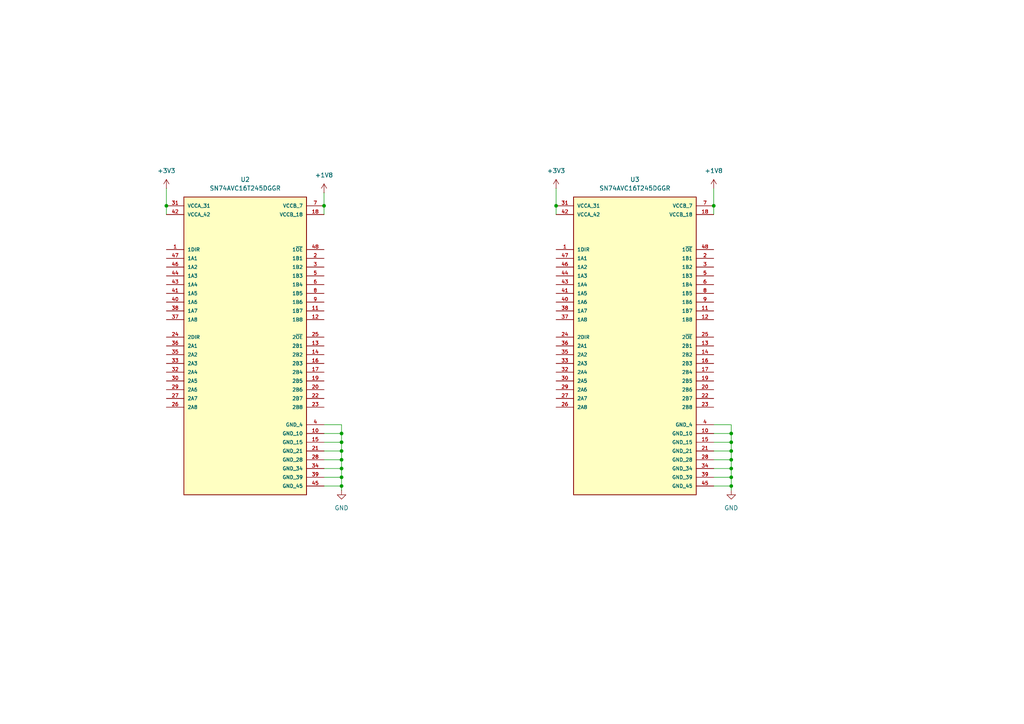
<source format=kicad_sch>
(kicad_sch (version 20250114) (generator "eeschema") (generator_version "9.0")
  (paper "A4")
  (lib_symbols
    (symbol "SN74AVC16T245DGGR:SN74AVC16T245DGGR" (pin_names (offset 1.016))
      (property "Reference" "U" (at -17.78 44.45 0))
      (property "Value" "SN74AVC16T245DGGR" (at -17.78 -44.45 0))
      (symbol "SN74AVC16T245DGGR_0_0"
        (rectangle (start -17.78 -43.18) (end 17.78 43.18) (stroke (width 0.254)) (fill (type background)))
        (pin power_in line (at -22.86 40.64 0) (length 5.08) (name "VCCA_31") (number "31"))
        (pin power_in line (at -22.86 38.1 0) (length 5.08) (name "VCCA_42") (number "42"))
        (pin input line (at -22.86 27.94 0) (length 5.08) (name "1DIR") (number "1"))
        (pin bidirectional line (at -22.86 25.4 0) (length 5.08) (name "1A1") (number "47"))
        (pin bidirectional line (at -22.86 22.86 0) (length 5.08) (name "1A2") (number "46"))
        (pin bidirectional line (at -22.86 20.32 0) (length 5.08) (name "1A3") (number "44"))
        (pin bidirectional line (at -22.86 17.78 0) (length 5.08) (name "1A4") (number "43"))
        (pin bidirectional line (at -22.86 15.24 0) (length 5.08) (name "1A5") (number "41"))
        (pin bidirectional line (at -22.86 12.7 0) (length 5.08) (name "1A6") (number "40"))
        (pin bidirectional line (at -22.86 10.16 0) (length 5.08) (name "1A7") (number "38"))
        (pin bidirectional line (at -22.86 7.62 0) (length 5.08) (name "1A8") (number "37"))
        (pin input line (at -22.86 2.54 0) (length 5.08) (name "2DIR") (number "24"))
        (pin bidirectional line (at -22.86 0 0) (length 5.08) (name "2A1") (number "36"))
        (pin bidirectional line (at -22.86 -2.54 0) (length 5.08) (name "2A2") (number "35"))
        (pin bidirectional line (at -22.86 -5.08 0) (length 5.08) (name "2A3") (number "33"))
        (pin bidirectional line (at -22.86 -7.62 0) (length 5.08) (name "2A4") (number "32"))
        (pin bidirectional line (at -22.86 -10.16 0) (length 5.08) (name "2A5") (number "30"))
        (pin bidirectional line (at -22.86 -12.7 0) (length 5.08) (name "2A6") (number "29"))
        (pin bidirectional line (at -22.86 -15.24 0) (length 5.08) (name "2A7") (number "27"))
        (pin bidirectional line (at -22.86 -17.78 0) (length 5.08) (name "2A8") (number "26"))
        (pin power_in line (at 22.86 40.64 180) (length 5.08) (name "VCCB_7") (number "7"))
        (pin power_in line (at 22.86 38.1 180) (length 5.08) (name "VCCB_18") (number "18"))
        (pin input line (at 22.86 27.94 180) (length 5.08) (name "1~{OE}") (number "48"))
        (pin bidirectional line (at 22.86 25.4 180) (length 5.08) (name "1B1") (number "2"))
        (pin bidirectional line (at 22.86 22.86 180) (length 5.08) (name "1B2") (number "3"))
        (pin bidirectional line (at 22.86 20.32 180) (length 5.08) (name "1B3") (number "5"))
        (pin bidirectional line (at 22.86 17.78 180) (length 5.08) (name "1B4") (number "6"))
        (pin bidirectional line (at 22.86 15.24 180) (length 5.08) (name "1B5") (number "8"))
        (pin bidirectional line (at 22.86 12.7 180) (length 5.08) (name "1B6") (number "9"))
        (pin bidirectional line (at 22.86 10.16 180) (length 5.08) (name "1B7") (number "11"))
        (pin bidirectional line (at 22.86 7.62 180) (length 5.08) (name "1B8") (number "12"))
        (pin input line (at 22.86 2.54 180) (length 5.08) (name "2~{OE}") (number "25"))
        (pin bidirectional line (at 22.86 0 180) (length 5.08) (name "2B1") (number "13"))
        (pin bidirectional line (at 22.86 -2.54 180) (length 5.08) (name "2B2") (number "14"))
        (pin bidirectional line (at 22.86 -5.08 180) (length 5.08) (name "2B3") (number "16"))
        (pin bidirectional line (at 22.86 -7.62 180) (length 5.08) (name "2B4") (number "17"))
        (pin bidirectional line (at 22.86 -10.16 180) (length 5.08) (name "2B5") (number "19"))
        (pin bidirectional line (at 22.86 -12.7 180) (length 5.08) (name "2B6") (number "20"))
        (pin bidirectional line (at 22.86 -15.24 180) (length 5.08) (name "2B7") (number "22"))
        (pin bidirectional line (at 22.86 -17.78 180) (length 5.08) (name "2B8") (number "23"))
        (pin power_in line (at 22.86 -22.86 180) (length 5.08) (name "GND_4") (number "4"))
        (pin power_in line (at 22.86 -25.4 180) (length 5.08) (name "GND_10") (number "10"))
        (pin power_in line (at 22.86 -27.94 180) (length 5.08) (name "GND_15") (number "15"))
        (pin power_in line (at 22.86 -30.48 180) (length 5.08) (name "GND_21") (number "21"))
        (pin power_in line (at 22.86 -33.02 180) (length 5.08) (name "GND_28") (number "28"))
        (pin power_in line (at 22.86 -35.56 180) (length 5.08) (name "GND_34") (number "34"))
        (pin power_in line (at 22.86 -38.1 180) (length 5.08) (name "GND_39") (number "39"))
        (pin power_in line (at 22.86 -40.64 180) (length 5.08) (name "GND_45") (number "45"))
      )
    )
    (symbol "power:+1V8" (power) (pin_numbers (hide yes)) (pin_names (offset 0) (hide yes))
      (property "Value" "+1V8" (at 0 3.556 0))
      (symbol "+1V8_0_1"
        (polyline (pts (xy -0.762 1.27) (xy 0 2.54)))
        (polyline (pts (xy 0 2.54) (xy 0.762 1.27)))
        (polyline (pts (xy 0 0) (xy 0 2.54)))
      )
      (symbol "+1V8_1_1"
        (pin power_in line (at 0 0 90) (length 0) (name "~") (number "1"))
      )
    )
    (symbol "power:+3V3" (power) (pin_numbers (hide yes)) (pin_names (offset 0) (hide yes))
      (property "Value" "+3V3" (at 0 3.556 0))
      (symbol "+3V3_0_1"
        (polyline (pts (xy -0.762 1.27) (xy 0 2.54)))
        (polyline (pts (xy 0 2.54) (xy 0.762 1.27)))
        (polyline (pts (xy 0 0) (xy 0 2.54)))
      )
      (symbol "+3V3_1_1"
        (pin power_in line (at 0 0 90) (length 0) (name "~") (number "1"))
      )
    )
    (symbol "power:GND" (power) (pin_numbers (hide yes)) (pin_names (offset 0) (hide yes))
      (property "Value" "GND" (at 0 -3.81 0))
      (symbol "GND_0_1"
        (polyline (pts (xy 0 0) (xy 0 -1.27) (xy 1.27 -1.27) (xy 0 -2.54) (xy -1.27 -1.27) (xy 0 -1.27)))
      )
      (symbol "GND_1_1"
        (pin power_in line (at 0 0 270) (length 0) (name "~") (number "1"))
      )
    )
  )
  (junction (at 99.06 135.89))
  (junction (at 212.09 133.35))
  (junction (at 93.98 59.69))
  (junction (at 161.29 59.69))
  (junction (at 99.06 133.35))
  (junction (at 212.09 130.81))
  (junction (at 99.06 138.43))
  (junction (at 48.26 59.69))
  (junction (at 99.06 130.81))
  (junction (at 212.09 140.97))
  (junction (at 212.09 125.73))
  (junction (at 207.01 59.69))
  (junction (at 99.06 140.97))
  (junction (at 99.06 125.73))
  (junction (at 212.09 128.27))
  (junction (at 99.06 128.27))
  (junction (at 212.09 138.43))
  (junction (at 212.09 135.89))
  (wire (pts (xy 161.29 54.61) (xy 161.29 59.69)))
  (wire (pts (xy 207.01 123.19) (xy 212.09 123.19)))
  (wire (pts (xy 207.01 130.81) (xy 212.09 130.81)))
  (wire (pts (xy 207.01 138.43) (xy 212.09 138.43)))
  (wire (pts (xy 93.98 128.27) (xy 99.06 128.27)))
  (wire (pts (xy 93.98 59.69) (xy 93.98 62.23)))
  (wire (pts (xy 93.98 133.35) (xy 99.06 133.35)))
  (wire (pts (xy 207.01 59.69) (xy 207.01 62.23)))
  (wire (pts (xy 99.06 125.73) (xy 99.06 128.27)))
  (wire (pts (xy 99.06 123.19) (xy 99.06 125.73)))
  (wire (pts (xy 212.09 123.19) (xy 212.09 125.73)))
  (wire (pts (xy 48.26 54.61) (xy 48.26 59.69)))
  (wire (pts (xy 212.09 138.43) (xy 212.09 140.97)))
  (wire (pts (xy 207.01 128.27) (xy 212.09 128.27)))
  (wire (pts (xy 99.06 128.27) (xy 99.06 130.81)))
  (wire (pts (xy 48.26 59.69) (xy 48.26 62.23)))
  (wire (pts (xy 93.98 135.89) (xy 99.06 135.89)))
  (wire (pts (xy 99.06 133.35) (xy 99.06 135.89)))
  (wire (pts (xy 161.29 59.69) (xy 161.29 62.23)))
  (wire (pts (xy 93.98 138.43) (xy 99.06 138.43)))
  (wire (pts (xy 207.01 140.97) (xy 212.09 140.97)))
  (wire (pts (xy 207.01 133.35) (xy 212.09 133.35)))
  (wire (pts (xy 212.09 130.81) (xy 212.09 133.35)))
  (wire (pts (xy 207.01 54.61) (xy 207.01 59.69)))
  (wire (pts (xy 212.09 128.27) (xy 212.09 130.81)))
  (wire (pts (xy 207.01 125.73) (xy 212.09 125.73)))
  (wire (pts (xy 93.98 125.73) (xy 99.06 125.73)))
  (wire (pts (xy 93.98 55.88) (xy 93.98 59.69)))
  (wire (pts (xy 212.09 140.97) (xy 212.09 142.24)))
  (wire (pts (xy 212.09 125.73) (xy 212.09 128.27)))
  (wire (pts (xy 207.01 135.89) (xy 212.09 135.89)))
  (wire (pts (xy 93.98 130.81) (xy 99.06 130.81)))
  (wire (pts (xy 212.09 135.89) (xy 212.09 138.43)))
  (wire (pts (xy 212.09 133.35) (xy 212.09 135.89)))
  (wire (pts (xy 93.98 140.97) (xy 99.06 140.97)))
  (wire (pts (xy 99.06 140.97) (xy 99.06 142.24)))
  (wire (pts (xy 99.06 130.81) (xy 99.06 133.35)))
  (wire (pts (xy 93.98 123.19) (xy 99.06 123.19)))
  (wire (pts (xy 99.06 138.43) (xy 99.06 140.97)))
  (wire (pts (xy 99.06 135.89) (xy 99.06 138.43)))
  (symbol (lib_id "SN74AVC16T245DGGR:SN74AVC16T245DGGR") (at 184.15 100.33 0) (unit 1)
    (property "Reference" "U3" (at 184.15 52.07 0))
    (property "Value" "SN74AVC16T245DGGR" (at 184.15 54.61 0))
    (property "Footprint" "SN74AVC16T245DGGR:SOP50P810X120-48N" (effects (hide yes)))
    (property "DigiKey_Part_Number" "296-18197-1-ND" (effects (hide yes)))
    (property "SnapEDA_Link" "https://www.snapeda.com/parts/SN74AVC16T245DGGR/Texas+Instruments/view-part/?ref=snap" (effects (hide yes)))
    (property "MAXIMUM_PACKAGE_HEIGHT" "1.20 mm" (effects (hide yes)))
    (property "Package" "TSSOP-48 Texas Instruments" (effects (hide yes)))
    (property "Check_prices" "https://www.snapeda.com/parts/SN74AVC16T245DGGR/Texas+Instruments/view-part/?ref=eda" (effects (hide yes)))
    (property "STANDARD" "Manufacturer Recommendations" (effects (hide yes)))
    (property "PARTREV" "E" (effects (hide yes)))
    (property "MF" "Texas Instruments" (effects (hide yes)))
    (property "MP" "SN74AVC16T245DGGR" (effects (hide yes)))
    (property "Description_1" "16-Bit Dual-Supply Bus Transceiver with Configurable Voltage-Level Shifting and 3-State Outputs" (effects (hide yes)))
    (property "MANUFACTURER" "Texas Instruments" (effects (hide yes)))
  )
  (symbol (lib_id "power:+1V8") (at 93.98 55.88 0) (unit 1)
    (property "Reference" "#PWR013" (effects (hide yes)))
    (property "Value" "+1V8" (at 93.98 50.8 0))
    (property "Description" "Power symbol creates a global label with name \"+1V8\"" (effects (hide yes)))
  )
  (symbol (lib_id "power:+3V3") (at 161.29 54.61 0) (unit 1)
    (property "Reference" "#PWR012" (effects (hide yes)))
    (property "Value" "+3V3" (at 161.29 49.53 0))
    (property "Description" "Power symbol creates a global label with name \"+3V3\"" (effects (hide yes)))
  )
  (symbol (lib_id "power:GND") (at 212.09 142.24 0) (unit 1)
    (property "Reference" "#PWR010" (effects (hide yes)))
    (property "Value" "GND" (at 212.09 147.32 0))
    (property "Description" "Power symbol creates a global label with name \"GND\" , ground" (effects (hide yes)))
  )
  (symbol (lib_id "power:GND") (at 99.06 142.24 0) (unit 1)
    (property "Reference" "#PWR09" (effects (hide yes)))
    (property "Value" "GND" (at 99.06 147.32 0))
    (property "Description" "Power symbol creates a global label with name \"GND\" , ground" (effects (hide yes)))
  )
  (symbol (lib_id "SN74AVC16T245DGGR:SN74AVC16T245DGGR") (at 71.12 100.33 0) (unit 1)
    (property "Reference" "U2" (at 71.12 52.07 0))
    (property "Value" "SN74AVC16T245DGGR" (at 71.12 54.61 0))
    (property "Footprint" "SN74AVC16T245DGGR:SOP50P810X120-48N" (effects (hide yes)))
    (property "DigiKey_Part_Number" "296-18197-1-ND" (effects (hide yes)))
    (property "SnapEDA_Link" "https://www.snapeda.com/parts/SN74AVC16T245DGGR/Texas+Instruments/view-part/?ref=snap" (effects (hide yes)))
    (property "MAXIMUM_PACKAGE_HEIGHT" "1.20 mm" (effects (hide yes)))
    (property "Package" "TSSOP-48 Texas Instruments" (effects (hide yes)))
    (property "Check_prices" "https://www.snapeda.com/parts/SN74AVC16T245DGGR/Texas+Instruments/view-part/?ref=eda" (effects (hide yes)))
    (property "STANDARD" "Manufacturer Recommendations" (effects (hide yes)))
    (property "PARTREV" "E" (effects (hide yes)))
    (property "MF" "Texas Instruments" (effects (hide yes)))
    (property "MP" "SN74AVC16T245DGGR" (effects (hide yes)))
    (property "Description_1" "16-Bit Dual-Supply Bus Transceiver with Configurable Voltage-Level Shifting and 3-State Outputs" (effects (hide yes)))
    (property "MANUFACTURER" "Texas Instruments" (effects (hide yes)))
  )
  (symbol (lib_id "power:+1V8") (at 207.01 54.61 0) (unit 1)
    (property "Reference" "#PWR014" (effects (hide yes)))
    (property "Value" "+1V8" (at 207.01 49.53 0))
    (property "Description" "Power symbol creates a global label with name \"+1V8\"" (effects (hide yes)))
  )
  (symbol (lib_id "power:+3V3") (at 48.26 54.61 0) (unit 1)
    (property "Reference" "#PWR011" (effects (hide yes)))
    (property "Value" "+3V3" (at 48.26 49.53 0))
    (property "Description" "Power symbol creates a global label with name \"+3V3\"" (effects (hide yes)))
  )
)
</source>
